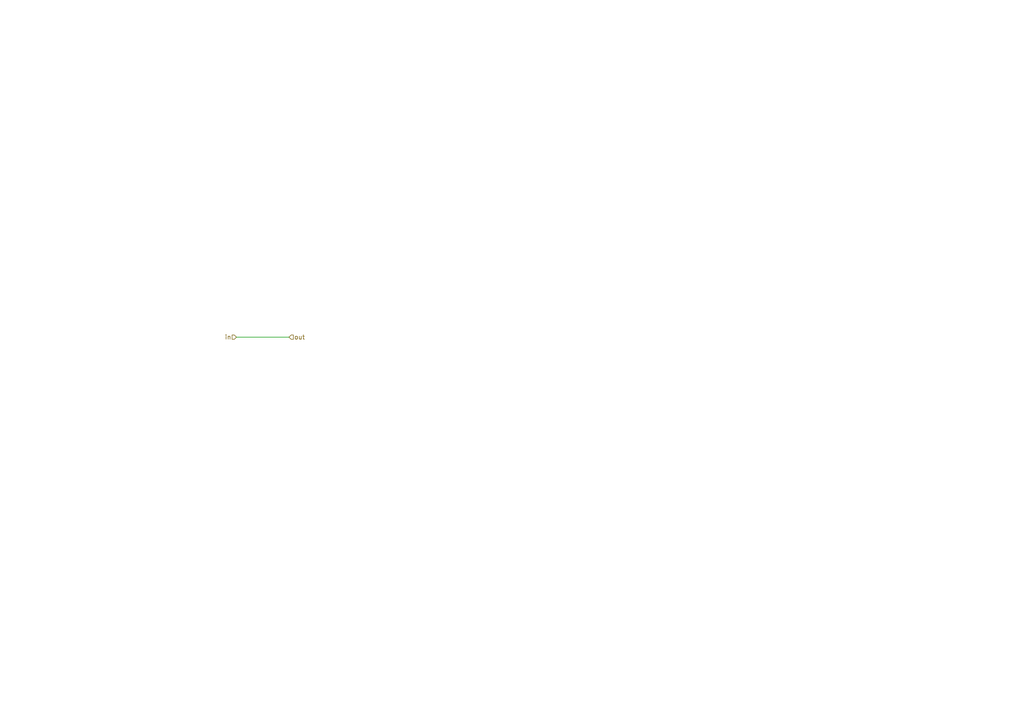
<source format=kicad_sch>
(kicad_sch
	(version 20231120)
	(generator "eeschema")
	(generator_version "8.0")
	(uuid "45bc7377-02a3-49ef-b604-54ed3f973840")
	(paper "A4")
	(lib_symbols)
	(wire
		(pts
			(xy 68.58 97.79) (xy 83.82 97.79)
		)
		(stroke
			(width 0)
			(type default)
		)
		(uuid "538b8a1a-a8d1-481d-8734-901aef97f13b")
	)
	(hierarchical_label "out"
		(shape input)
		(at 83.82 97.79 0)
		(fields_autoplaced yes)
		(effects
			(font
				(size 1.27 1.27)
			)
			(justify left)
		)
		(uuid "128b5b64-671a-4a93-92e4-c99b8dbfe6c1")
	)
	(hierarchical_label "in"
		(shape input)
		(at 68.58 97.79 180)
		(fields_autoplaced yes)
		(effects
			(font
				(size 1.27 1.27)
			)
			(justify right)
		)
		(uuid "fa1e7aa1-53a1-447c-beb1-001582762110")
	)
)

</source>
